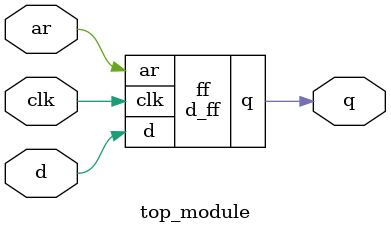
<source format=sv>
module d_ff (
	input clk,
	input d,
	input ar,
	output reg q
);

always @(posedge clk or posedge ar)
	if (ar)
		q <= 0;
	else
		q <= d;

endmodule
module top_module (
	input clk,
	input d,
	input ar,
	output logic q
);

d_ff ff (
	.clk(clk),
	.d(d),
	.ar(ar),
	.q(q)
);

endmodule

</source>
